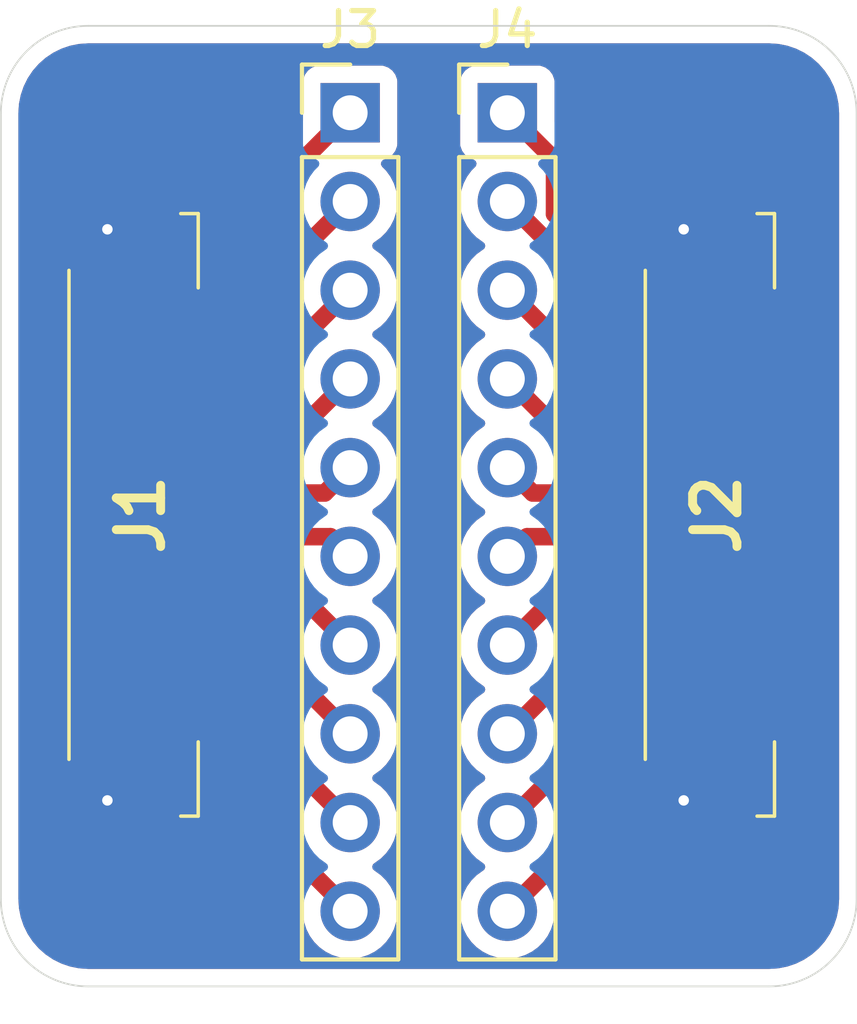
<source format=kicad_pcb>
(kicad_pcb (version 20241229) (generator "pcbnew") (generator_version "9.0")
  (layers (0 "F.Cu" signal) (2 "B.Cu" signal) (13 "F.Paste" user) (15 "B.Paste" user) (5 "F.SilkS" user "F.Silkscreen") (7 "B.SilkS" user "B.Silkscreen") (1 "F.Mask" user) (3 "B.Mask" user) (25 "Edge.Cuts" user))
  (net 0 "")
  (net 1 "Net-(J3-Pin_2)")
  (net 2 "Net-(J3-Pin_10)")
  (net 3 "GND")
  (net 4 "Net-(J3-Pin_7)")
  (net 5 "Net-(J3-Pin_3)")
  (net 6 "Net-(J3-Pin_8)")
  (net 7 "Net-(J3-Pin_4)")
  (net 8 "Net-(J3-Pin_6)")
  (net 9 "Net-(J3-Pin_1)")
  (net 10 "Net-(J3-Pin_5)")
  (net 11 "Net-(J3-Pin_9)")
  (net 12 "Net-(J4-Pin_10)")
  (net 13 "Net-(J4-Pin_3)")
  (net 14 "Net-(J4-Pin_6)")
  (net 15 "Net-(J4-Pin_4)")
  (net 16 "Net-(J4-Pin_1)")
  (net 17 "Net-(J4-Pin_8)")
  (net 18 "Net-(J4-Pin_2)")
  (net 19 "Net-(J4-Pin_5)")
  (net 20 "Net-(J4-Pin_7)")
  (net 21 "Net-(J4-Pin_9)")
  (footprint "Heimdall COTS:533981071" (layer "F.Cu") (at 42.5 42.5 -90)
    (property "Reference" "J1" (at 0 0 90) (layer "F.SilkS") (effects (font (size 1.27 1.27) (thickness 0.254))))
    (property "Value" "53398-1071" (hide yes))
    (fp_line (start -7 2.05) (end 7 2.05) (stroke (width 0.1)) (layer "F.SilkS"))
    (fp_line (start -8.625 -1.65) (end -8.625 -1.15) (stroke (width 0.1)) (layer "F.SilkS"))
    (fp_line (start -6.5 -1.65) (end -8.625 -1.65) (stroke (width 0.1)) (layer "F.SilkS"))
    (fp_line (start 6.5 -1.65) (end 8.625 -1.65) (stroke (width 0.1)) (layer "F.SilkS"))
    (fp_line (start 8.625 -1.65) (end 8.625 -1.15) (stroke (width 0.1)) (layer "F.SilkS"))
    (pad "1" smd rect (at -5.625 -1.8 270) (size 0.8 1.3) (layers "F.Cu" "F.Mask" "F.Paste") (net 9 "Net-(J3-Pin_1)"))
    (pad "2" smd rect (at -4.375 -1.8 270) (size 0.8 1.3) (layers "F.Cu" "F.Mask" "F.Paste") (net 1 "Net-(J3-Pin_2)"))
    (pad "3" smd rect (at -3.125 -1.8 270) (size 0.8 1.3) (layers "F.Cu" "F.Mask" "F.Paste") (net 5 "Net-(J3-Pin_3)"))
    (pad "4" smd rect (at -1.875 -1.8 270) (size 0.8 1.3) (layers "F.Cu" "F.Mask" "F.Paste") (net 7 "Net-(J3-Pin_4)"))
    (pad "5" smd rect (at -0.625 -1.8 270) (size 0.8 1.3) (layers "F.Cu" "F.Mask" "F.Paste") (net 10 "Net-(J3-Pin_5)"))
    (pad "6" smd rect (at 0.625 -1.8 270) (size 0.8 1.3) (layers "F.Cu" "F.Mask" "F.Paste") (net 8 "Net-(J3-Pin_6)"))
    (pad "7" smd rect (at 1.875 -1.8 270) (size 0.8 1.3) (layers "F.Cu" "F.Mask" "F.Paste") (net 4 "Net-(J3-Pin_7)"))
    (pad "8" smd rect (at 3.125 -1.8 270) (size 0.8 1.3) (layers "F.Cu" "F.Mask" "F.Paste") (net 6 "Net-(J3-Pin_8)"))
    (pad "9" smd rect (at 4.375 -1.8 270) (size 0.8 1.3) (layers "F.Cu" "F.Mask" "F.Paste") (net 11 "Net-(J3-Pin_9)"))
    (pad "10" smd rect (at 5.625 -1.8 270) (size 0.8 1.3) (layers "F.Cu" "F.Mask" "F.Paste") (net 2 "Net-(J3-Pin_10)"))
    (pad "11" smd rect (at -8.175 0.95 270) (size 2.1 3) (layers "F.Cu" "F.Mask" "F.Paste") (net 3 "GND"))
    (pad "11" smd rect (at 8.175 0.95 270) (size 2.1 3) (layers "F.Cu" "F.Mask" "F.Paste") (net 3 "GND"))
  )
  (footprint "Connector_PinHeader_2.54mm:PinHeader_1x10_P2.54mm_Vertical" (layer "F.Cu") (at 48.5 30.988)
    (property "Reference" "J3" (at 0 -2.38 0) (layer "F.SilkS"))
    (property "Value" "Conn_01x10")
    (fp_line (start -1.38 -1.38) (end 0 -1.38) (stroke (width 0.12)) (layer "F.SilkS"))
    (fp_line (start -1.38 0) (end -1.38 -1.38) (stroke (width 0.12)) (layer "F.SilkS"))
    (fp_line (start -1.38 1.27) (end -1.38 24.24) (stroke (width 0.12)) (layer "F.SilkS"))
    (fp_line (start -1.38 1.27) (end 1.38 1.27) (stroke (width 0.12)) (layer "F.SilkS"))
    (fp_line (start -1.38 24.24) (end 1.38 24.24) (stroke (width 0.12)) (layer "F.SilkS"))
    (fp_line (start 1.38 1.27) (end 1.38 24.24) (stroke (width 0.12)) (layer "F.SilkS"))
    (pad "1" thru_hole rect (at 0 0) (size 1.7 1.7) (drill 1) (layers "*.Cu" "*.Mask") (net 9 "Net-(J3-Pin_1)"))
    (pad "2" thru_hole circle (at 0 2.54) (size 1.7 1.7) (drill 1) (layers "*.Cu" "*.Mask") (net 1 "Net-(J3-Pin_2)"))
    (pad "3" thru_hole circle (at 0 5.08) (size 1.7 1.7) (drill 1) (layers "*.Cu" "*.Mask") (net 5 "Net-(J3-Pin_3)"))
    (pad "4" thru_hole circle (at 0 7.62) (size 1.7 1.7) (drill 1) (layers "*.Cu" "*.Mask") (net 7 "Net-(J3-Pin_4)"))
    (pad "5" thru_hole circle (at 0 10.16) (size 1.7 1.7) (drill 1) (layers "*.Cu" "*.Mask") (net 10 "Net-(J3-Pin_5)"))
    (pad "6" thru_hole circle (at 0 12.7) (size 1.7 1.7) (drill 1) (layers "*.Cu" "*.Mask") (net 8 "Net-(J3-Pin_6)"))
    (pad "7" thru_hole circle (at 0 15.24) (size 1.7 1.7) (drill 1) (layers "*.Cu" "*.Mask") (net 4 "Net-(J3-Pin_7)"))
    (pad "8" thru_hole circle (at 0 17.78) (size 1.7 1.7) (drill 1) (layers "*.Cu" "*.Mask") (net 6 "Net-(J3-Pin_8)"))
    (pad "9" thru_hole circle (at 0 20.32) (size 1.7 1.7) (drill 1) (layers "*.Cu" "*.Mask") (net 11 "Net-(J3-Pin_9)"))
    (pad "10" thru_hole circle (at 0 22.86) (size 1.7 1.7) (drill 1) (layers "*.Cu" "*.Mask") (net 2 "Net-(J3-Pin_10)"))
  )
  (footprint "Connector_PinHeader_2.54mm:PinHeader_1x10_P2.54mm_Vertical" (layer "F.Cu") (at 53 30.988)
    (property "Reference" "J4" (at 0 -2.38 0) (layer "F.SilkS"))
    (property "Value" "Conn_01x10")
    (fp_line (start -1.38 -1.38) (end 0 -1.38) (stroke (width 0.12)) (layer "F.SilkS"))
    (fp_line (start -1.38 0) (end -1.38 -1.38) (stroke (width 0.12)) (layer "F.SilkS"))
    (fp_line (start -1.38 1.27) (end -1.38 24.24) (stroke (width 0.12)) (layer "F.SilkS"))
    (fp_line (start -1.38 1.27) (end 1.38 1.27) (stroke (width 0.12)) (layer "F.SilkS"))
    (fp_line (start -1.38 24.24) (end 1.38 24.24) (stroke (width 0.12)) (layer "F.SilkS"))
    (fp_line (start 1.38 1.27) (end 1.38 24.24) (stroke (width 0.12)) (layer "F.SilkS"))
    (pad "1" thru_hole rect (at 0 0) (size 1.7 1.7) (drill 1) (layers "*.Cu" "*.Mask") (net 16 "Net-(J4-Pin_1)"))
    (pad "2" thru_hole circle (at 0 2.54) (size 1.7 1.7) (drill 1) (layers "*.Cu" "*.Mask") (net 18 "Net-(J4-Pin_2)"))
    (pad "3" thru_hole circle (at 0 5.08) (size 1.7 1.7) (drill 1) (layers "*.Cu" "*.Mask") (net 13 "Net-(J4-Pin_3)"))
    (pad "4" thru_hole circle (at 0 7.62) (size 1.7 1.7) (drill 1) (layers "*.Cu" "*.Mask") (net 15 "Net-(J4-Pin_4)"))
    (pad "5" thru_hole circle (at 0 10.16) (size 1.7 1.7) (drill 1) (layers "*.Cu" "*.Mask") (net 19 "Net-(J4-Pin_5)"))
    (pad "6" thru_hole circle (at 0 12.7) (size 1.7 1.7) (drill 1) (layers "*.Cu" "*.Mask") (net 14 "Net-(J4-Pin_6)"))
    (pad "7" thru_hole circle (at 0 15.24) (size 1.7 1.7) (drill 1) (layers "*.Cu" "*.Mask") (net 20 "Net-(J4-Pin_7)"))
    (pad "8" thru_hole circle (at 0 17.78) (size 1.7 1.7) (drill 1) (layers "*.Cu" "*.Mask") (net 17 "Net-(J4-Pin_8)"))
    (pad "9" thru_hole circle (at 0 20.32) (size 1.7 1.7) (drill 1) (layers "*.Cu" "*.Mask") (net 21 "Net-(J4-Pin_9)"))
    (pad "10" thru_hole circle (at 0 22.86) (size 1.7 1.7) (drill 1) (layers "*.Cu" "*.Mask") (net 12 "Net-(J4-Pin_10)"))
  )
  (footprint "Heimdall COTS:533981071" (layer "F.Cu") (at 59 42.5 -90)
    (property "Reference" "J2" (at 0 0 90) (layer "F.SilkS") (effects (font (size 1.27 1.27) (thickness 0.254))))
    (property "Value" "53398-1071" (hide yes))
    (fp_line (start -7 2.05) (end 7 2.05) (stroke (width 0.1)) (layer "F.SilkS"))
    (fp_line (start -8.625 -1.65) (end -8.625 -1.15) (stroke (width 0.1)) (layer "F.SilkS"))
    (fp_line (start -6.5 -1.65) (end -8.625 -1.65) (stroke (width 0.1)) (layer "F.SilkS"))
    (fp_line (start 6.5 -1.65) (end 8.625 -1.65) (stroke (width 0.1)) (layer "F.SilkS"))
    (fp_line (start 8.625 -1.65) (end 8.625 -1.15) (stroke (width 0.1)) (layer "F.SilkS"))
    (pad "1" smd rect (at -5.625 -1.8 270) (size 0.8 1.3) (layers "F.Cu" "F.Mask" "F.Paste") (net 16 "Net-(J4-Pin_1)"))
    (pad "2" smd rect (at -4.375 -1.8 270) (size 0.8 1.3) (layers "F.Cu" "F.Mask" "F.Paste") (net 18 "Net-(J4-Pin_2)"))
    (pad "3" smd rect (at -3.125 -1.8 270) (size 0.8 1.3) (layers "F.Cu" "F.Mask" "F.Paste") (net 13 "Net-(J4-Pin_3)"))
    (pad "4" smd rect (at -1.875 -1.8 270) (size 0.8 1.3) (layers "F.Cu" "F.Mask" "F.Paste") (net 15 "Net-(J4-Pin_4)"))
    (pad "5" smd rect (at -0.625 -1.8 270) (size 0.8 1.3) (layers "F.Cu" "F.Mask" "F.Paste") (net 19 "Net-(J4-Pin_5)"))
    (pad "6" smd rect (at 0.625 -1.8 270) (size 0.8 1.3) (layers "F.Cu" "F.Mask" "F.Paste") (net 14 "Net-(J4-Pin_6)"))
    (pad "7" smd rect (at 1.875 -1.8 270) (size 0.8 1.3) (layers "F.Cu" "F.Mask" "F.Paste") (net 20 "Net-(J4-Pin_7)"))
    (pad "8" smd rect (at 3.125 -1.8 270) (size 0.8 1.3) (layers "F.Cu" "F.Mask" "F.Paste") (net 17 "Net-(J4-Pin_8)"))
    (pad "9" smd rect (at 4.375 -1.8 270) (size 0.8 1.3) (layers "F.Cu" "F.Mask" "F.Paste") (net 21 "Net-(J4-Pin_9)"))
    (pad "10" smd rect (at 5.625 -1.8 270) (size 0.8 1.3) (layers "F.Cu" "F.Mask" "F.Paste") (net 12 "Net-(J4-Pin_10)"))
    (pad "11" smd rect (at -8.175 0.95 270) (size 2.1 3) (layers "F.Cu" "F.Mask" "F.Paste") (net 3 "GND"))
    (pad "11" smd rect (at 8.175 0.95 270) (size 2.1 3) (layers "F.Cu" "F.Mask" "F.Paste") (net 3 "GND"))
  )
  (gr_line (start 38.5 31) (end 38.5 53.5) (stroke (width 0.05)) (layer "Edge.Cuts"))
  (gr_line (start 60.5 28.5) (end 41 28.5) (stroke (width 0.05)) (layer "Edge.Cuts"))
  (gr_line (start 63 53.5) (end 63 31) (stroke (width 0.05)) (layer "Edge.Cuts"))
  (gr_arc (start 38.5 31) (mid 39.232233 29.232233) (end 41 28.5) (stroke (width 0.05)) (layer "Edge.Cuts"))
  (gr_arc (start 63 53.5) (mid 62.267767 55.267767) (end 60.5 56) (stroke (width 0.05)) (layer "Edge.Cuts"))
  (gr_line (start 41 56) (end 60.5 56) (stroke (width 0.05)) (layer "Edge.Cuts"))
  (gr_arc (start 41 56) (mid 39.232233 55.267767) (end 38.5 53.5) (stroke (width 0.05)) (layer "Edge.Cuts"))
  (gr_arc (start 60.5 28.5) (mid 62.267767 29.232233) (end 63 31) (stroke (width 0.05)) (layer "Edge.Cuts"))
  (segment (start 48.5 33.528) (end 45.401 36.627) (width 0.5) (layer "F.Cu") (net 1))
  (segment (start 45.002 38.125) (end 44.3 38.125) (width 0.5) (layer "F.Cu") (net 1))
  (segment (start 45.401 36.627) (end 45.401 37.726) (width 0.5) (layer "F.Cu") (net 1))
  (segment (start 45.401 37.726) (end 45.002 38.125) (width 0.5) (layer "F.Cu") (net 1))
  (segment (start 44.3 49.648) (end 44.3 48.125) (width 0.5) (layer "F.Cu") (net 2))
  (segment (start 48.5 53.848) (end 44.3 49.648) (width 0.5) (layer "F.Cu") (net 2))
  (via (at 41.55 50.675) (size 0.6) (drill 0.3) (layers "F.Cu" "B.Cu") (net 3))
  (via (at 58.05 34.325) (size 0.6) (drill 0.3) (layers "F.Cu" "B.Cu") (net 3))
  (via (at 41.55 34.325) (size 0.6) (drill 0.3) (layers "F.Cu" "B.Cu") (net 3))
  (via (at 58.05 50.675) (size 0.6) (drill 0.3) (layers "F.Cu" "B.Cu") (net 3))
  (segment (start 46.647 44.375) (end 44.3 44.375) (width 0.5) (layer "F.Cu") (net 4))
  (segment (start 48.5 46.228) (end 46.647 44.375) (width 0.5) (layer "F.Cu") (net 4))
  (segment (start 48.5 36.068) (end 45.193 39.375) (width 0.5) (layer "F.Cu") (net 5))
  (segment (start 45.193 39.375) (end 44.3 39.375) (width 0.5) (layer "F.Cu") (net 5))
  (segment (start 45.357 45.625) (end 44.3 45.625) (width 0.5) (layer "F.Cu") (net 6))
  (segment (start 48.5 48.768) (end 45.357 45.625) (width 0.5) (layer "F.Cu") (net 6))
  (segment (start 46.483 40.625) (end 44.3 40.625) (width 0.5) (layer "F.Cu") (net 7))
  (segment (start 48.5 38.608) (end 46.483 40.625) (width 0.5) (layer "F.Cu") (net 7))
  (segment (start 47.937 43.125) (end 44.3 43.125) (width 0.5) (layer "F.Cu") (net 8))
  (segment (start 48.5 43.688) (end 47.937 43.125) (width 0.5) (layer "F.Cu") (net 8))
  (segment (start 48.5 30.988) (end 44.3 35.188) (width 0.5) (layer "F.Cu") (net 9))
  (segment (start 44.3 35.188) (end 44.3 36.875) (width 0.5) (layer "F.Cu") (net 9))
  (segment (start 47.773 41.875) (end 44.3 41.875) (width 0.5) (layer "F.Cu") (net 10))
  (segment (start 48.5 41.148) (end 47.773 41.875) (width 0.5) (layer "F.Cu") (net 10))
  (segment (start 45.401 47.274) (end 45.002 46.875) (width 0.5) (layer "F.Cu") (net 11))
  (segment (start 45.401 48.209) (end 45.401 47.274) (width 0.5) (layer "F.Cu") (net 11))
  (segment (start 48.5 51.308) (end 45.401 48.209) (width 0.5) (layer "F.Cu") (net 11))
  (segment (start 45.002 46.875) (end 44.3 46.875) (width 0.5) (layer "F.Cu") (net 11))
  (segment (start 56.099 50.749) (end 56.099 49.200364) (width 0.5) (layer "F.Cu") (net 12))
  (segment (start 53 53.848) (end 56.099 50.749) (width 0.5) (layer "F.Cu") (net 12))
  (segment (start 57.174364 48.125) (end 60.8 48.125) (width 0.5) (layer "F.Cu") (net 12))
  (segment (start 56.099 49.200364) (end 57.174364 48.125) (width 0.5) (layer "F.Cu") (net 12))
  (segment (start 56.307 39.375) (end 53 36.068) (width 0.5) (layer "F.Cu") (net 13))
  (segment (start 60.8 39.375) (end 56.307 39.375) (width 0.5) (layer "F.Cu") (net 13))
  (segment (start 53.563 43.125) (end 53 43.688) (width 0.5) (layer "F.Cu") (net 14))
  (segment (start 60.8 43.125) (end 53.563 43.125) (width 0.5) (layer "F.Cu") (net 14))
  (segment (start 53 38.608) (end 55.017 40.625) (width 0.5) (layer "F.Cu") (net 15))
  (segment (start 55.017 40.625) (end 60.8 40.625) (width 0.5) (layer "F.Cu") (net 15))
  (segment (start 54.35 33.886636) (end 57.338364 36.875) (width 0.5) (layer "F.Cu") (net 16))
  (segment (start 54.35 32.338) (end 54.35 33.886636) (width 0.5) (layer "F.Cu") (net 16))
  (segment (start 53 30.988) (end 54.35 32.338) (width 0.5) (layer "F.Cu") (net 16))
  (segment (start 57.338364 36.875) (end 60.8 36.875) (width 0.5) (layer "F.Cu") (net 16))
  (segment (start 53 48.768) (end 56.143 45.625) (width 0.5) (layer "F.Cu") (net 17))
  (segment (start 56.143 45.625) (end 60.8 45.625) (width 0.5) (layer "F.Cu") (net 17))
  (segment (start 57.597 38.125) (end 53 33.528) (width 0.5) (layer "F.Cu") (net 18))
  (segment (start 60.8 38.125) (end 57.597 38.125) (width 0.5) (layer "F.Cu") (net 18))
  (segment (start 53 41.148) (end 53.727 41.875) (width 0.5) (layer "F.Cu") (net 19))
  (segment (start 53.727 41.875) (end 60.8 41.875) (width 0.5) (layer "F.Cu") (net 19))
  (segment (start 54.853 44.375) (end 53 46.228) (width 0.5) (layer "F.Cu") (net 20))
  (segment (start 60.8 44.375) (end 54.853 44.375) (width 0.5) (layer "F.Cu") (net 20))
  (segment (start 57.433 46.875) (end 53 51.308) (width 0.5) (layer "F.Cu") (net 21))
  (segment (start 60.8 46.875) (end 57.433 46.875) (width 0.5) (layer "F.Cu") (net 21))
  (zone (net 3) (net_name "GND") (layers "F.Cu" "B.Cu") (connect_pads (clearance 0.5)) (min_thickness 0.25) (fill yes (thermal_gap 0.5) (thermal_bridge_width 0.5))
    (polygon (pts (xy 38.5 56) (xy 63 56) (xy 63 28.5) (xy 38.5 28.5)))
  )
)
</source>
